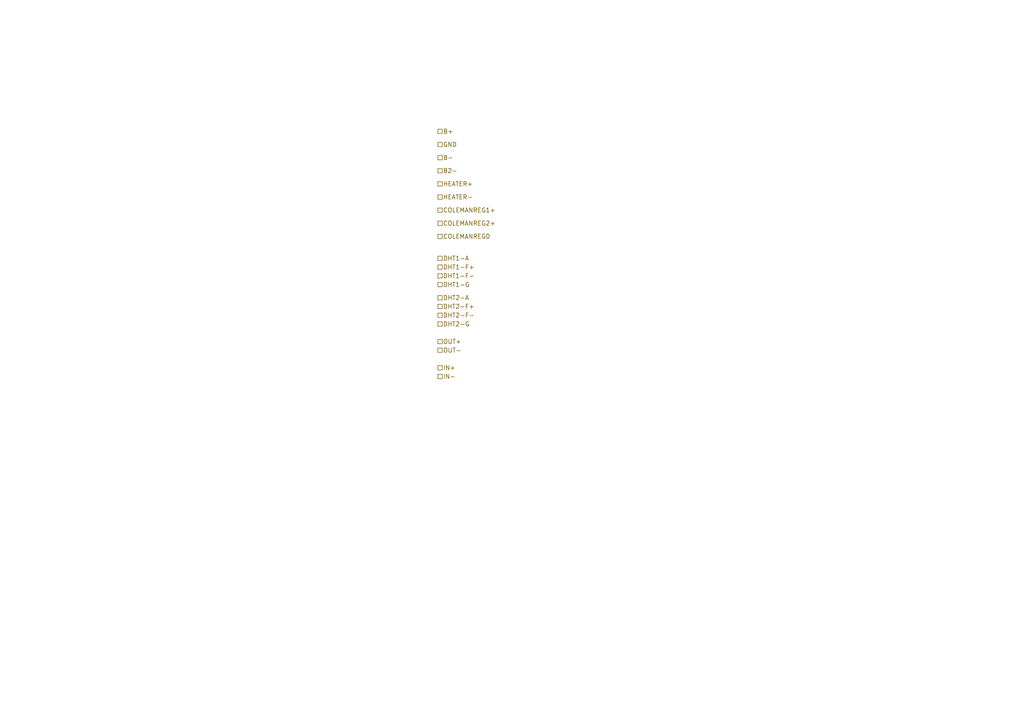
<source format=kicad_sch>
(kicad_sch
	(version 20231120)
	(generator "eeschema")
	(generator_version "8.0")
	(uuid "bd77d180-1c9b-4248-ba7a-87106e3bbf11")
	(paper "A4")
	(lib_symbols)
	(hierarchical_label "DHT2-G"
		(shape passive)
		(at 127 93.98 0)
		(fields_autoplaced yes)
		(effects
			(font
				(size 1.27 1.27)
			)
			(justify left)
		)
		(uuid "11925665-0520-4ad0-8b47-5fefbe906818")
	)
	(hierarchical_label "DHT2-F-"
		(shape passive)
		(at 127 91.44 0)
		(fields_autoplaced yes)
		(effects
			(font
				(size 1.27 1.27)
			)
			(justify left)
		)
		(uuid "2e52db82-86ad-493f-a49b-a2691309cf50")
	)
	(hierarchical_label "B-"
		(shape passive)
		(at 127 45.72 0)
		(fields_autoplaced yes)
		(effects
			(font
				(size 1.27 1.27)
			)
			(justify left)
		)
		(uuid "3ee42e61-76c3-4523-b538-a0fae98e4354")
	)
	(hierarchical_label "OUT+"
		(shape passive)
		(at 127 99.06 0)
		(fields_autoplaced yes)
		(effects
			(font
				(size 1.27 1.27)
			)
			(justify left)
		)
		(uuid "3efec856-75d0-4543-b4a1-20596e9a1ac8")
	)
	(hierarchical_label "GND"
		(shape passive)
		(at 127 41.91 0)
		(fields_autoplaced yes)
		(effects
			(font
				(size 1.27 1.27)
			)
			(justify left)
		)
		(uuid "3fafb861-9457-4ea9-9285-26304912938a")
	)
	(hierarchical_label "DHT1-F-"
		(shape passive)
		(at 127 80.01 0)
		(fields_autoplaced yes)
		(effects
			(font
				(size 1.27 1.27)
			)
			(justify left)
		)
		(uuid "49dafb84-a6cc-4801-96d2-66f3c4304f42")
	)
	(hierarchical_label "COLEMANREG1+"
		(shape passive)
		(at 127 60.96 0)
		(fields_autoplaced yes)
		(effects
			(font
				(size 1.27 1.27)
			)
			(justify left)
		)
		(uuid "6376b5d4-282c-4f43-8ac2-5f35b64a6c0b")
	)
	(hierarchical_label "B2-"
		(shape passive)
		(at 127 49.53 0)
		(fields_autoplaced yes)
		(effects
			(font
				(size 1.27 1.27)
			)
			(justify left)
		)
		(uuid "6ed15f07-34f1-4ac0-b2ae-3c01db9dc105")
	)
	(hierarchical_label "COLEMANREG0"
		(shape passive)
		(at 127 68.58 0)
		(fields_autoplaced yes)
		(effects
			(font
				(size 1.27 1.27)
			)
			(justify left)
		)
		(uuid "799428d4-e0f5-40cc-b610-39332f1ee696")
	)
	(hierarchical_label "DHT2-A"
		(shape passive)
		(at 127 86.36 0)
		(fields_autoplaced yes)
		(effects
			(font
				(size 1.27 1.27)
			)
			(justify left)
		)
		(uuid "80f06c8d-c141-449b-b662-02924a765ce3")
	)
	(hierarchical_label "HEATER-"
		(shape passive)
		(at 127 57.15 0)
		(fields_autoplaced yes)
		(effects
			(font
				(size 1.27 1.27)
			)
			(justify left)
		)
		(uuid "833e5cb8-bf45-4a8a-a2ed-e2d9fd2dee4b")
	)
	(hierarchical_label "IN-"
		(shape passive)
		(at 127 109.22 0)
		(fields_autoplaced yes)
		(effects
			(font
				(size 1.27 1.27)
			)
			(justify left)
		)
		(uuid "947bfd08-9560-441b-aff2-80955b3d98a4")
	)
	(hierarchical_label "COLEMANREG2+"
		(shape passive)
		(at 127 64.77 0)
		(fields_autoplaced yes)
		(effects
			(font
				(size 1.27 1.27)
			)
			(justify left)
		)
		(uuid "9e30547c-1fe3-431e-81f0-5ea4c5cb9b6a")
	)
	(hierarchical_label "DHT2-F+"
		(shape passive)
		(at 127 88.9 0)
		(fields_autoplaced yes)
		(effects
			(font
				(size 1.27 1.27)
			)
			(justify left)
		)
		(uuid "af5627a1-b1ae-44e7-88f0-b0bdfef419a0")
	)
	(hierarchical_label "DHT1-A"
		(shape passive)
		(at 127 74.93 0)
		(fields_autoplaced yes)
		(effects
			(font
				(size 1.27 1.27)
			)
			(justify left)
		)
		(uuid "be2011c8-d117-4dde-8e5c-7df293c218d2")
	)
	(hierarchical_label "DHT1-F+"
		(shape passive)
		(at 127 77.47 0)
		(fields_autoplaced yes)
		(effects
			(font
				(size 1.27 1.27)
			)
			(justify left)
		)
		(uuid "c1d48763-9ec4-4038-b493-b6321296d17e")
	)
	(hierarchical_label "DHT1-G"
		(shape passive)
		(at 127 82.55 0)
		(fields_autoplaced yes)
		(effects
			(font
				(size 1.27 1.27)
			)
			(justify left)
		)
		(uuid "cd5f12f0-6cdf-4e12-adf5-a819963a47b2")
	)
	(hierarchical_label "IN+"
		(shape passive)
		(at 127 106.68 0)
		(fields_autoplaced yes)
		(effects
			(font
				(size 1.27 1.27)
			)
			(justify left)
		)
		(uuid "e92faf52-a3e5-4a23-84b3-a76febcbb62e")
	)
	(hierarchical_label "B+"
		(shape passive)
		(at 127 38.1 0)
		(fields_autoplaced yes)
		(effects
			(font
				(size 1.27 1.27)
			)
			(justify left)
		)
		(uuid "e93169d7-4386-4ffe-a00c-81af0a2e457f")
	)
	(hierarchical_label "HEATER+"
		(shape passive)
		(at 127 53.34 0)
		(fields_autoplaced yes)
		(effects
			(font
				(size 1.27 1.27)
			)
			(justify left)
		)
		(uuid "f4820378-eb60-4e6f-a8a2-40fce424d238")
	)
	(hierarchical_label "OUT-"
		(shape passive)
		(at 127 101.6 0)
		(fields_autoplaced yes)
		(effects
			(font
				(size 1.27 1.27)
			)
			(justify left)
		)
		(uuid "fa398af9-e9bc-4428-8a17-be1048249bd6")
	)
)

</source>
